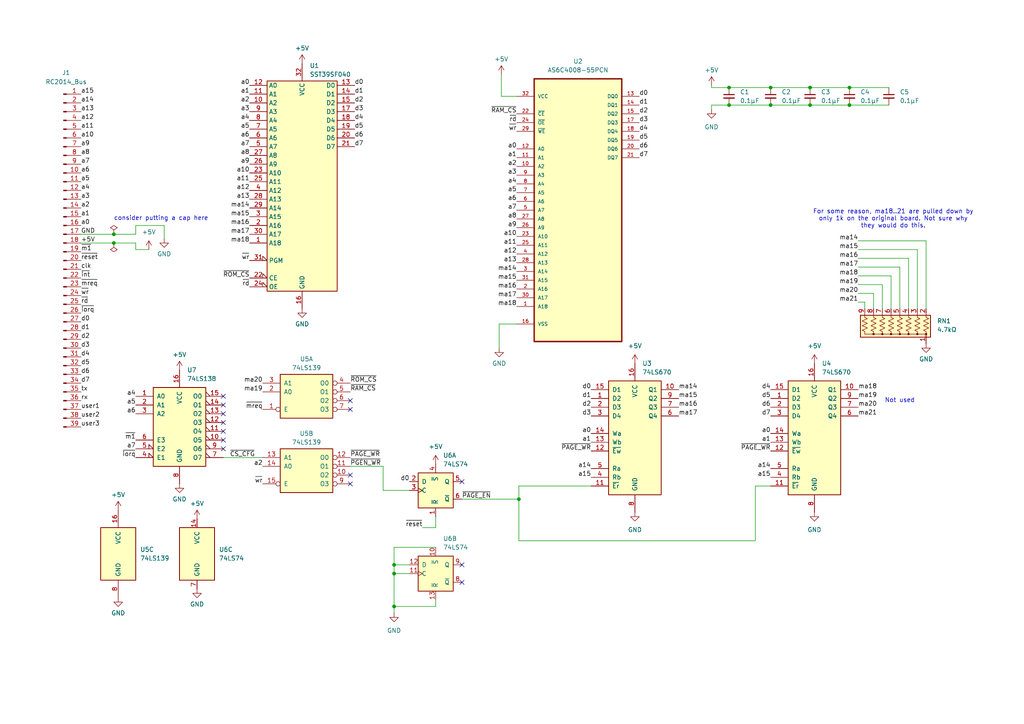
<source format=kicad_sch>
(kicad_sch (version 20250114) (generator "eeschema") (generator_version "9.0")
  (paper "A4")
  (lib_symbols
    (symbol "74xx:74LS138" (pin_names (offset 1.016))
      (property "Reference" "U" (at -7.62 11.43 0))
      (property "Value" "74LS138" (at -7.62 -13.97 0))
      (symbol "74LS138_1_0"
        (pin input line (at -12.7 7.62 0) (length 5.08) (name "A0") (number "1"))
        (pin input line (at -12.7 5.08 0) (length 5.08) (name "A1") (number "2"))
        (pin input line (at -12.7 2.54 0) (length 5.08) (name "A2") (number "3"))
        (pin input line (at -12.7 -5.08 0) (length 5.08) (name "E3") (number "6"))
        (pin input input_low (at -12.7 -7.62 0) (length 5.08) (name "E2") (number "5"))
        (pin input input_low (at -12.7 -10.16 0) (length 5.08) (name "E1") (number "4"))
        (pin power_in line (at 0 15.24 270) (length 5.08) (name "VCC") (number "16"))
        (pin power_in line (at 0 -17.78 90) (length 5.08) (name "GND") (number "8"))
        (pin output output_low (at 12.7 7.62 180) (length 5.08) (name "O0") (number "15"))
        (pin output output_low (at 12.7 5.08 180) (length 5.08) (name "O1") (number "14"))
        (pin output output_low (at 12.7 2.54 180) (length 5.08) (name "O2") (number "13"))
        (pin output output_low (at 12.7 0 180) (length 5.08) (name "O3") (number "12"))
        (pin output output_low (at 12.7 -2.54 180) (length 5.08) (name "O4") (number "11"))
        (pin output output_low (at 12.7 -5.08 180) (length 5.08) (name "O5") (number "10"))
        (pin output output_low (at 12.7 -7.62 180) (length 5.08) (name "O6") (number "9"))
        (pin output output_low (at 12.7 -10.16 180) (length 5.08) (name "O7") (number "7"))
      )
      (symbol "74LS138_1_1"
        (rectangle (start -7.62 10.16) (end 7.62 -12.7) (stroke (width 0.254)) (fill (type background)))
      )
    )
    (symbol "74xx:74LS139" (pin_names (offset 1.016))
      (property "Reference" "U" (at -7.62 8.89 0))
      (property "Value" "74LS139" (at -7.62 -8.89 0))
      (symbol "74LS139_1_0"
        (pin input line (at -12.7 2.54 0) (length 5.08) (name "A1") (number "3"))
        (pin input line (at -12.7 0 0) (length 5.08) (name "A0") (number "2"))
        (pin input inverted (at -12.7 -5.08 0) (length 5.08) (name "E") (number "1"))
        (pin output inverted (at 12.7 2.54 180) (length 5.08) (name "O0") (number "4"))
        (pin output inverted (at 12.7 0 180) (length 5.08) (name "O1") (number "5"))
        (pin output inverted (at 12.7 -2.54 180) (length 5.08) (name "O2") (number "6"))
        (pin output inverted (at 12.7 -5.08 180) (length 5.08) (name "O3") (number "7"))
      )
      (symbol "74LS139_1_1"
        (rectangle (start -7.62 5.08) (end 7.62 -7.62) (stroke (width 0.254)) (fill (type background)))
      )
      (symbol "74LS139_2_0"
        (pin input line (at -12.7 2.54 0) (length 5.08) (name "A1") (number "13"))
        (pin input line (at -12.7 0 0) (length 5.08) (name "A0") (number "14"))
        (pin input inverted (at -12.7 -5.08 0) (length 5.08) (name "E") (number "15"))
        (pin output inverted (at 12.7 2.54 180) (length 5.08) (name "O0") (number "12"))
        (pin output inverted (at 12.7 0 180) (length 5.08) (name "O1") (number "11"))
        (pin output inverted (at 12.7 -2.54 180) (length 5.08) (name "O2") (number "10"))
        (pin output inverted (at 12.7 -5.08 180) (length 5.08) (name "O3") (number "9"))
      )
      (symbol "74LS139_2_1"
        (rectangle (start -7.62 5.08) (end 7.62 -7.62) (stroke (width 0.254)) (fill (type background)))
      )
      (symbol "74LS139_3_0"
        (pin power_in line (at 0 12.7 270) (length 5.08) (name "VCC") (number "16"))
        (pin power_in line (at 0 -12.7 90) (length 5.08) (name "GND") (number "8"))
      )
      (symbol "74LS139_3_1"
        (rectangle (start -5.08 7.62) (end 5.08 -7.62) (stroke (width 0.254)) (fill (type background)))
      )
    )
    (symbol "74xx:74LS670" (pin_names (offset 1.016))
      (property "Reference" "U" (at -7.62 16.51 0))
      (property "Value" "74LS670" (at -7.62 -19.05 0))
      (symbol "74LS670_1_0"
        (pin input line (at -12.7 12.7 0) (length 5.08) (name "D1") (number "15"))
        (pin input line (at -12.7 10.16 0) (length 5.08) (name "D2") (number "1"))
        (pin input line (at -12.7 7.62 0) (length 5.08) (name "D3") (number "2"))
        (pin input line (at -12.7 5.08 0) (length 5.08) (name "D4") (number "3"))
        (pin input line (at -12.7 0 0) (length 5.08) (name "Wa") (number "14"))
        (pin input line (at -12.7 -2.54 0) (length 5.08) (name "Wb") (number "13"))
        (pin input line (at -12.7 -5.08 0) (length 5.08) (name "~{Ew}") (number "12"))
        (pin input line (at -12.7 -10.16 0) (length 5.08) (name "Ra") (number "5"))
        (pin input line (at -12.7 -12.7 0) (length 5.08) (name "Rb") (number "4"))
        (pin input line (at -12.7 -15.24 0) (length 5.08) (name "~{Er}") (number "11"))
        (pin power_in line (at 0 20.32 270) (length 5.08) (name "VCC") (number "16"))
        (pin power_in line (at 0 -22.86 90) (length 5.08) (name "GND") (number "8"))
        (pin tri_state line (at 12.7 12.7 180) (length 5.08) (name "Q1") (number "10"))
        (pin tri_state line (at 12.7 10.16 180) (length 5.08) (name "Q2") (number "9"))
        (pin tri_state line (at 12.7 7.62 180) (length 5.08) (name "Q3") (number "7"))
        (pin tri_state line (at 12.7 5.08 180) (length 5.08) (name "Q4") (number "6"))
      )
      (symbol "74LS670_1_1"
        (rectangle (start -7.62 15.24) (end 7.62 -17.78) (stroke (width 0.254)) (fill (type background)))
      )
    )
    (symbol "74xx:74LS74" (pin_names (offset 1.016))
      (property "Reference" "U" (at -7.62 8.89 0))
      (property "Value" "74LS74" (at -7.62 -8.89 0))
      (symbol "74LS74_1_0"
        (pin input line (at -7.62 2.54 0) (length 2.54) (name "D") (number "2"))
        (pin input clock (at -7.62 0 0) (length 2.54) (name "C") (number "3"))
        (pin input line (at 0 7.62 270) (length 2.54) (name "~{S}") (number "4"))
        (pin input line (at 0 -7.62 90) (length 2.54) (name "~{R}") (number "1"))
        (pin output line (at 7.62 2.54 180) (length 2.54) (name "Q") (number "5"))
        (pin output line (at 7.62 -2.54 180) (length 2.54) (name "~{Q}") (number "6"))
      )
      (symbol "74LS74_1_1"
        (rectangle (start -5.08 5.08) (end 5.08 -5.08) (stroke (width 0.254)) (fill (type background)))
      )
      (symbol "74LS74_2_0"
        (pin input line (at -7.62 2.54 0) (length 2.54) (name "D") (number "12"))
        (pin input clock (at -7.62 0 0) (length 2.54) (name "C") (number "11"))
        (pin input line (at 0 7.62 270) (length 2.54) (name "~{S}") (number "10"))
        (pin input line (at 0 -7.62 90) (length 2.54) (name "~{R}") (number "13"))
        (pin output line (at 7.62 2.54 180) (length 2.54) (name "Q") (number "9"))
        (pin output line (at 7.62 -2.54 180) (length 2.54) (name "~{Q}") (number "8"))
      )
      (symbol "74LS74_2_1"
        (rectangle (start -5.08 5.08) (end 5.08 -5.08) (stroke (width 0.254)) (fill (type background)))
      )
      (symbol "74LS74_3_0"
        (pin power_in line (at 0 10.16 270) (length 2.54) (name "VCC") (number "14"))
        (pin power_in line (at 0 -10.16 90) (length 2.54) (name "GND") (number "7"))
      )
      (symbol "74LS74_3_1"
        (rectangle (start -5.08 7.62) (end 5.08 -7.62) (stroke (width 0.254)) (fill (type background)))
      )
    )
    (symbol "AS6C4008-55PCN:AS6C4008-55PCN" (pin_names (offset 1.016))
      (property "Reference" "U" (at -4.729 37.9086 0))
      (property "Value" "AS6C4008-55PCN" (at -7.3992 -43.734 0))
      (symbol "AS6C4008-55PCN_0_0"
        (rectangle (start -12.7 35.56) (end 12.7 -40.64) (stroke (width 0.4064)) (fill (type background)))
        (pin power_in line (at -17.78 30.48 0) (length 5.08) (name "VCC") (number "32"))
        (pin input line (at -17.78 15.24 0) (length 5.08) (name "A0") (number "12"))
        (pin input line (at -17.78 12.7 0) (length 5.08) (name "A1") (number "11"))
        (pin input line (at -17.78 10.16 0) (length 5.08) (name "A2") (number "10"))
        (pin input line (at -17.78 7.62 0) (length 5.08) (name "A3") (number "9"))
        (pin input line (at -17.78 5.08 0) (length 5.08) (name "A4") (number "8"))
        (pin input line (at -17.78 2.54 0) (length 5.08) (name "A5") (number "7"))
        (pin input line (at -17.78 0 0) (length 5.08) (name "A6") (number "6"))
        (pin input line (at -17.78 -2.54 0) (length 5.08) (name "A7") (number "5"))
        (pin input line (at -17.78 -5.08 0) (length 5.08) (name "A8") (number "27"))
        (pin input line (at -17.78 -7.62 0) (length 5.08) (name "A9") (number "26"))
        (pin input line (at -17.78 -10.16 0) (length 5.08) (name "A10") (number "23"))
        (pin input line (at -17.78 -12.7 0) (length 5.08) (name "A11") (number "25"))
        (pin input line (at -17.78 -15.24 0) (length 5.08) (name "A12") (number "4"))
        (pin input line (at -17.78 -17.78 0) (length 5.08) (name "A13") (number "28"))
        (pin input line (at -17.78 -20.32 0) (length 5.08) (name "A14") (number "3"))
        (pin input line (at -17.78 -22.86 0) (length 5.08) (name "A15") (number "31"))
        (pin input line (at -17.78 -25.4 0) (length 5.08) (name "A16") (number "2"))
        (pin input line (at -17.78 -27.94 0) (length 5.08) (name "A17") (number "30"))
        (pin bidirectional line (at 17.78 30.48 180) (length 5.08) (name "DQ0") (number "13"))
        (pin bidirectional line (at 17.78 27.94 180) (length 5.08) (name "DQ1") (number "14"))
        (pin bidirectional line (at 17.78 25.4 180) (length 5.08) (name "DQ2") (number "15"))
        (pin bidirectional line (at 17.78 22.86 180) (length 5.08) (name "DQ3") (number "17"))
        (pin bidirectional line (at 17.78 20.32 180) (length 5.08) (name "DQ4") (number "18"))
        (pin bidirectional line (at 17.78 17.78 180) (length 5.08) (name "DQ5") (number "19"))
        (pin bidirectional line (at 17.78 15.24 180) (length 5.08) (name "DQ6") (number "20"))
        (pin bidirectional line (at 17.78 12.7 180) (length 5.08) (name "DQ7") (number "21"))
      )
      (symbol "AS6C4008-55PCN_1_0"
        (pin input line (at -17.78 25.4 0) (length 5.08) (name "~{CE}") (number "22"))
        (pin input line (at -17.78 22.86 0) (length 5.08) (name "~{OE}") (number "24"))
        (pin input line (at -17.78 20.32 0) (length 5.08) (name "~{WE}") (number "29"))
        (pin input line (at -17.78 -30.48 0) (length 5.08) (name "A18") (number "1"))
        (pin power_in line (at -17.78 -35.56 0) (length 5.08) (name "VSS") (number "16"))
      )
    )
    (symbol "Connector:Conn_01x39_Pin" (pin_names (offset 1.016) (hide yes))
      (property "Reference" "J" (at 0 50.8 0))
      (property "Value" "Conn_01x39_Pin" (at 0 -50.8 0))
      (symbol "Conn_01x39_Pin_1_1"
        (rectangle (start 0.8636 48.387) (end 0 48.133) (stroke (width 0.1524)) (fill (type outline)))
        (rectangle (start 0.8636 45.847) (end 0 45.593) (stroke (width 0.1524)) (fill (type outline)))
        (rectangle (start 0.8636 43.307) (end 0 43.053) (stroke (width 0.1524)) (fill (type outline)))
        (rectangle (start 0.8636 40.767) (end 0 40.513) (stroke (width 0.1524)) (fill (type outline)))
        (rectangle (start 0.8636 38.227) (end 0 37.973) (stroke (width 0.1524)) (fill (type outline)))
        (rectangle (start 0.8636 35.687) (end 0 35.433) (stroke (width 0.1524)) (fill (type outline)))
        (rectangle (start 0.8636 33.147) (end 0 32.893) (stroke (width 0.1524)) (fill (type outline)))
        (rectangle (start 0.8636 30.607) (end 0 30.353) (stroke (width 0.1524)) (fill (type outline)))
        (rectangle (start 0.8636 28.067) (end 0 27.813) (stroke (width 0.1524)) (fill (type outline)))
        (rectangle (start 0.8636 25.527) (end 0 25.273) (stroke (width 0.1524)) (fill (type outline)))
        (rectangle (start 0.8636 22.987) (end 0 22.733) (stroke (width 0.1524)) (fill (type outline)))
        (rectangle (start 0.8636 20.447) (end 0 20.193) (stroke (width 0.1524)) (fill (type outline)))
        (rectangle (start 0.8636 17.907) (end 0 17.653) (stroke (width 0.1524)) (fill (type outline)))
        (rectangle (start 0.8636 15.367) (end 0 15.113) (stroke (width 0.1524)) (fill (type outline)))
        (rectangle (start 0.8636 12.827) (end 0 12.573) (stroke (width 0.1524)) (fill (type outline)))
        (rectangle (start 0.8636 10.287) (end 0 10.033) (stroke (width 0.1524)) (fill (type outline)))
        (rectangle (start 0.8636 7.747) (end 0 7.493) (stroke (width 0.1524)) (fill (type outline)))
        (rectangle (start 0.8636 5.207) (end 0 4.953) (stroke (width 0.1524)) (fill (type outline)))
        (rectangle (start 0.8636 2.667) (end 0 2.413) (stroke (width 0.1524)) (fill (type outline)))
        (rectangle (start 0.8636 0.127) (end 0 -0.127) (stroke (width 0.1524)) (fill (type outline)))
        (rectangle (start 0.8636 -2.413) (end 0 -2.667) (stroke (width 0.1524)) (fill (type outline)))
        (rectangle (start 0.8636 -4.953) (end 0 -5.207) (stroke (width 0.1524)) (fill (type outline)))
        (rectangle (start 0.8636 -7.493) (end 0 -7.747) (stroke (width 0.1524)) (fill (type outline)))
        (rectangle (start 0.8636 -10.033) (end 0 -10.287) (stroke (width 0.1524)) (fill (type outline)))
        (rectangle (start 0.8636 -12.573) (end 0 -12.827) (stroke (width 0.1524)) (fill (type outline)))
        (rectangle (start 0.8636 -15.113) (end 0 -15.367) (stroke (width 0.1524)) (fill (type outline)))
        (rectangle (start 0.8636 -17.653) (end 0 -17.907) (stroke (width 0.1524)) (fill (type outline)))
        (rectangle (start 0.8636 -20.193) (end 0 -20.447) (stroke (width 0.1524)) (fill (type outline)))
        (rectangle (start 0.8636 -22.733) (end 0 -22.987) (stroke (width 0.1524)) (fill (type outline)))
        (rectangle (start 0.8636 -25.273) (end 0 -25.527) (stroke (width 0.1524)) (fill (type outline)))
        (rectangle (start 0.8636 -27.813) (end 0 -28.067) (stroke (width 0.1524)) (fill (type outline)))
        (rectangle (start 0.8636 -30.353) (end 0 -30.607) (stroke (width 0.1524)) (fill (type outline)))
        (rectangle (start 0.8636 -32.893) (end 0 -33.147) (stroke (width 0.1524)) (fill (type outline)))
        (rectangle (start 0.8636 -35.433) (end 0 -35.687) (stroke (width 0.1524)) (fill (type outline)))
        (rectangle (start 0.8636 -37.973) (end 0 -38.227) (stroke (width 0.1524)) (fill (type outline)))
        (rectangle (start 0.8636 -40.513) (end 0 -40.767) (stroke (width 0.1524)) (fill (type outline)))
        (rectangle (start 0.8636 -43.053) (end 0 -43.307) (stroke (width 0.1524)) (fill (type outline)))
        (rectangle (start 0.8636 -45.593) (end 0 -45.847) (stroke (width 0.1524)) (fill (type outline)))
        (rectangle (start 0.8636 -48.133) (end 0 -48.387) (stroke (width 0.1524)) (fill (type outline)))
        (polyline (pts (xy 1.27 48.26) (xy 0.8636 48.26)) (stroke (width 0.1524)))
        (polyline (pts (xy 1.27 45.72) (xy 0.8636 45.72)) (stroke (width 0.1524)))
        (polyline (pts (xy 1.27 43.18) (xy 0.8636 43.18)) (stroke (width 0.1524)))
        (polyline (pts (xy 1.27 40.64) (xy 0.8636 40.64)) (stroke (width 0.1524)))
        (polyline (pts (xy 1.27 38.1) (xy 0.8636 38.1)) (stroke (width 0.1524)))
        (polyline (pts (xy 1.27 35.56) (xy 0.8636 35.56)) (stroke (width 0.1524)))
        (polyline (pts (xy 1.27 33.02) (xy 0.8636 33.02)) (stroke (width 0.1524)))
        (polyline (pts (xy 1.27 30.48) (xy 0.8636 30.48)) (stroke (width 0.1524)))
        (polyline (pts (xy 1.27 27.94) (xy 0.8636 27.94)) (stroke (width 0.1524)))
        (polyline (pts (xy 1.27 25.4) (xy 0.8636 25.4)) (stroke (width 0.1524)))
        (polyline (pts (xy 1.27 22.86) (xy 0.8636 22.86)) (stroke (width 0.1524)))
        (polyline (pts (xy 1.27 20.32) (xy 0.8636 20.32)) (stroke (width 0.1524)))
        (polyline (pts (xy 1.27 17.78) (xy 0.8636 17.78)) (stroke (width 0.1524)))
        (polyline (pts (xy 1.27 15.24) (xy 0.8636 15.24)) (stroke (width 0.1524)))
        (polyline (pts (xy 1.27 12.7) (xy 0.8636 12.7)) (stroke (width 0.1524)))
        (polyline (pts (xy 1.27 10.16) (xy 0.8636 10.16)) (stroke (width 0.1524)))
        (polyline (pts (xy 1.27 7.62) (xy 0.8636 7.62)) (stroke (width 0.1524)))
        (polyline (pts (xy 1.27 5.08) (xy 0.8636 5.08)) (stroke (width 0.1524)))
        (polyline (pts (xy 1.27 2.54) (xy 0.8636 2.54)) (stroke (width 0.1524)))
        (polyline (pts (xy 1.27 0) (xy 0.8636 0)) (stroke (width 0.1524)))
        (polyline (pts (xy 1.27 -2.54) (xy 0.8636 -2.54)) (stroke (width 0.1524)))
        (polyline (pts (xy 1.27 -5.08) (xy 0.8636 -5.08)) (stroke (width 0.1524)))
        (polyline (pts (xy 1.27 -7.62) (xy 0.8636 -7.62)) (stroke (width 0.1524)))
        (polyline (pts (xy 1.27 -10.16) (xy 0.8636 -10.16)) (stroke (width 0.1524)))
        (polyline (pts (xy 1.27 -12.7) (xy 0.8636 -12.7)) (stroke (width 0.1524)))
        (polyline (pts (xy 1.27 -15.24) (xy 0.8636 -15.24)) (stroke (width 0.1524)))
        (polyline (pts (xy 1.27 -17.78) (xy 0.8636 -17.78)) (stroke (width 0.1524)))
        (polyline (pts (xy 1.27 -20.32) (xy 0.8636 -20.32)) (stroke (width 0.1524)))
        (polyline (pts (xy 1.27 -22.86) (xy 0.8636 -22.86)) (stroke (width 0.1524)))
        (polyline (pts (xy 1.27 -25.4) (xy 0.8636 -25.4)) (stroke (width 0.1524)))
        (polyline (pts (xy 1.27 -27.94) (xy 0.8636 -27.94)) (stroke (width 0.1524)))
        (polyline (pts (xy 1.27 -30.48) (xy 0.8636 -30.48)) (stroke (width 0.1524)))
        (polyline (pts (xy 1.27 -33.02) (xy 0.8636 -33.02)) (stroke (width 0.1524)))
        (polyline (pts (xy 1.27 -35.56) (xy 0.8636 -35.56)) (stroke (width 0.1524)))
        (polyline (pts (xy 1.27 -38.1) (xy 0.8636 -38.1)) (stroke (width 0.1524)))
        (polyline (pts (xy 1.27 -40.64) (xy 0.8636 -40.64)) (stroke (width 0.1524)))
        (polyline (pts (xy 1.27 -43.18) (xy 0.8636 -43.18)) (stroke (width 0.1524)))
        (polyline (pts (xy 1.27 -45.72) (xy 0.8636 -45.72)) (stroke (width 0.1524)))
        (polyline (pts (xy 1.27 -48.26) (xy 0.8636 -48.26)) (stroke (width 0.1524)))
        (pin passive line (at 5.08 48.26 180) (length 3.81) (name "Pin_1") (number "1"))
        (pin passive line (at 5.08 45.72 180) (length 3.81) (name "Pin_2") (number "2"))
        (pin passive line (at 5.08 43.18 180) (length 3.81) (name "Pin_3") (number "3"))
        (pin passive line (at 5.08 40.64 180) (length 3.81) (name "Pin_4") (number "4"))
        (pin passive line (at 5.08 38.1 180) (length 3.81) (name "Pin_5") (number "5"))
        (pin passive line (at 5.08 35.56 180) (length 3.81) (name "Pin_6") (number "6"))
        (pin passive line (at 5.08 33.02 180) (length 3.81) (name "Pin_7") (number "7"))
        (pin passive line (at 5.08 30.48 180) (length 3.81) (name "Pin_8") (number "8"))
        (pin passive line (at 5.08 27.94 180) (length 3.81) (name "Pin_9") (number "9"))
        (pin passive line (at 5.08 25.4 180) (length 3.81) (name "Pin_10") (number "10"))
        (pin passive line (at 5.08 22.86 180) (length 3.81) (name "Pin_11") (number "11"))
        (pin passive line (at 5.08 20.32 180) (length 3.81) (name "Pin_12") (number "12"))
        (pin passive line (at 5.08 17.78 180) (length 3.81) (name "Pin_13") (number "13"))
        (pin passive line (at 5.08 15.24 180) (length 3.81) (name "Pin_14") (number "14"))
        (pin passive line (at 5.08 12.7 180) (length 3.81) (name "Pin_15") (number "15"))
        (pin passive line (at 5.08 10.16 180) (length 3.81) (name "Pin_16") (number "16"))
        (pin passive line (at 5.08 7.62 180) (length 3.81) (name "Pin_17") (number "17"))
        (pin passive line (at 5.08 5.08 180) (length 3.81) (name "Pin_18") (number "18"))
        (pin passive line (at 5.08 2.54 180) (length 3.81) (name "Pin_19") (number "19"))
        (pin passive line (at 5.08 0 180) (length 3.81) (name "Pin_20") (number "20"))
        (pin passive line (at 5.08 -2.54 180) (length 3.81) (name "Pin_21") (number "21"))
        (pin passive line (at 5.08 -5.08 180) (length 3.81) (name "Pin_22") (number "22"))
        (pin passive line (at 5.08 -7.62 180) (length 3.81) (name "Pin_23") (number "23"))
        (pin passive line (at 5.08 -10.16 180) (length 3.81) (name "Pin_24") (number "24"))
        (pin passive line (at 5.08 -12.7 180) (length 3.81) (name "Pin_25") (number "25"))
        (pin passive line (at 5.08 -15.24 180) (length 3.81) (name "Pin_26") (number "26"))
        (pin passive line (at 5.08 -17.78 180) (length 3.81) (name "Pin_27") (number "27"))
        (pin passive line (at 5.08 -20.32 180) (length 3.81) (name "Pin_28") (number "28"))
        (pin passive line (at 5.08 -22.86 180) (length 3.81) (name "Pin_29") (number "29"))
        (pin passive line (at 5.08 -25.4 180) (length 3.81) (name "Pin_30") (number "30"))
        (pin passive line (at 5.08 -27.94 180) (length 3.81) (name "Pin_31") (number "31"))
        (pin passive line (at 5.08 -30.48 180) (length 3.81) (name "Pin_32") (number "32"))
        (pin passive line (at 5.08 -33.02 180) (length 3.81) (name "Pin_33") (number "33"))
        (pin passive line (at 5.08 -35.56 180) (length 3.81) (name "Pin_34") (number "34"))
        (pin passive line (at 5.08 -38.1 180) (length 3.81) (name "Pin_35") (number "35"))
        (pin passive line (at 5.08 -40.64 180) (length 3.81) (name "Pin_36") (number "36"))
        (pin passive line (at 5.08 -43.18 180) (length 3.81) (name "Pin_37") (number "37"))
        (pin passive line (at 5.08 -45.72 180) (length 3.81) (name "Pin_38") (number "38"))
        (pin passive line (at 5.08 -48.26 180) (length 3.81) (name "Pin_39") (number "39"))
      )
    )
    (symbol "Device:C_Small" (pin_numbers (hide yes)) (pin_names (offset 0.254) (hide yes))
      (property "Reference" "C" (at 0.254 1.778 0))
      (property "Value" "C_Small" (at 0.254 -2.032 0))
      (symbol "C_Small_0_1"
        (polyline (pts (xy -1.524 0.508) (xy 1.524 0.508)) (stroke (width 0.3048)))
        (polyline (pts (xy -1.524 -0.508) (xy 1.524 -0.508)) (stroke (width 0.3302)))
      )
      (symbol "C_Small_1_1"
        (pin passive line (at 0 2.54 270) (length 2.032) (name "~") (number "1"))
        (pin passive line (at 0 -2.54 90) (length 2.032) (name "~") (number "2"))
      )
    )
    (symbol "Device:R_Network08_US" (pin_names (offset 0) (hide yes))
      (property "Reference" "RN" (at -12.7 0 90))
      (property "Value" "R_Network08_US" (at 10.16 0 90))
      (symbol "R_Network08_US_0_1"
        (rectangle (start -11.43 -3.175) (end 8.89 3.175) (stroke (width 0.254)) (fill (type background)))
        (circle (center -10.16 2.286) (radius 0.254) (fill (type outline)))
        (polyline (pts (xy -10.16 2.286) (xy 7.62 2.286)))
        (polyline (pts (xy -10.16 2.286) (xy -10.16 1.524) (xy -9.398 1.1684) (xy -10.922 0.508) (xy -9.398 -0.1524) (xy -10.922 -0.8382) (xy -9.398 -1.524) (xy -10.922 -2.1844) (xy -10.16 -2.54) (xy -10.16 -3.81)))
        (circle (center -7.62 2.286) (radius 0.254) (fill (type outline)))
        (polyline (pts (xy -7.62 2.286) (xy -7.62 1.524) (xy -6.858 1.1684) (xy -8.382 0.508) (xy -6.858 -0.1524) (xy -8.382 -0.8382) (xy -6.858 -1.524) (xy -8.382 -2.1844) (xy -7.62 -2.54) (xy -7.62 -3.81)))
        (circle (center -5.08 2.286) (radius 0.254) (fill (type outline)))
        (polyline (pts (xy -5.08 2.286) (xy -5.08 1.524) (xy -4.318 1.1684) (xy -5.842 0.508) (xy -4.318 -0.1524) (xy -5.842 -0.8382) (xy -4.318 -1.524) (xy -5.842 -2.1844) (xy -5.08 -2.54) (xy -5.08 -3.81)))
        (circle (center -2.54 2.286) (radius 0.254) (fill (type outline)))
        (polyline (pts (xy -2.54 2.286) (xy -2.54 1.524) (xy -1.778 1.1684) (xy -3.302 0.508) (xy -1.778 -0.1524) (xy -3.302 -0.8382) (xy -1.778 -1.524) (xy -3.302 -2.1844) (xy -2.54 -2.54) (xy -2.54 -3.81)))
        (circle (center 0 2.286) (radius 0.254) (fill (type outline)))
        (polyline (pts (xy 0 2.286) (xy 0 1.524) (xy 0.762 1.1684) (xy -0.762 0.508) (xy 0.762 -0.1524) (xy -0.762 -0.8382) (xy 0.762 -1.524) (xy -0.762 -2.1844) (xy 0 -2.54) (xy 0 -3.81)))
        (polyline (pts (xy 2.54 2.286) (xy 2.54 1.524) (xy 3.302 1.1684) (xy 1.778 0.508) (xy 3.302 -0.1524) (xy 1.778 -0.8382) (xy 3.302 -1.524) (xy 1.778 -2.1844) (xy 2.54 -2.54) (xy 2.54 -3.81)))
        (circle (center 2.54 2.286) (radius 0.254) (fill (type outline)))
        (polyline (pts (xy 5.08 2.286) (xy 5.08 1.524) (xy 5.842 1.1684) (xy 4.318 0.508) (xy 5.842 -0.1524) (xy 4.318 -0.8382) (xy 5.842 -1.524) (xy 4.318 -2.1844) (xy 5.08 -2.54) (xy 5.08 -3.81)))
        (circle (center 5.08 2.286) (radius 0.254) (fill (type outline)))
        (polyline (pts (xy 7.62 2.286) (xy 7.62 1.524) (xy 8.382 1.1684) (xy 6.858 0.508) (xy 8.382 -0.1524) (xy 6.858 -0.8382) (xy 8.382 -1.524) (xy 6.858 -2.1844) (xy 7.62 -2.54) (xy 7.62 -3.81)))
      )
      (symbol "R_Network08_US_1_1"
        (pin passive line (at -10.16 5.08 270) (length 2.54) (name "common") (number "1"))
        (pin passive line (at -10.16 -5.08 90) (length 1.27) (name "R1") (number "2"))
        (pin passive line (at -7.62 -5.08 90) (length 1.27) (name "R2") (number "3"))
        (pin passive line (at -5.08 -5.08 90) (length 1.27) (name "R3") (number "4"))
        (pin passive line (at -2.54 -5.08 90) (length 1.27) (name "R4") (number "5"))
        (pin passive line (at 0 -5.08 90) (length 1.27) (name "R5") (number "6"))
        (pin passive line (at 2.54 -5.08 90) (length 1.27) (name "R6") (number "7"))
        (pin passive line (at 5.08 -5.08 90) (length 1.27) (name "R7") (number "8"))
        (pin passive line (at 7.62 -5.08 90) (length 1.27) (name "R8") (number "9"))
      )
    )
    (symbol "Memory_Flash:SST39SF040"
      (property "Reference" "U" (at 2.54 33.02 0))
      (property "Value" "SST39SF040" (at 0 -30.48 0))
      (symbol "SST39SF040_0_0"
        (pin power_in line (at 0 36.83 270) (length 5.08) (name "VCC") (number "32"))
        (pin power_in line (at 0 -34.29 90) (length 5.08) (name "GND") (number "16"))
      )
      (symbol "SST39SF040_0_1"
        (rectangle (start -10.16 31.75) (end 10.16 -29.21) (stroke (width 0.254)) (fill (type background)))
      )
      (symbol "SST39SF040_1_1"
        (pin input line (at -15.24 30.48 0) (length 5.08) (name "A0") (number "12"))
        (pin input line (at -15.24 27.94 0) (length 5.08) (name "A1") (number "11"))
        (pin input line (at -15.24 25.4 0) (length 5.08) (name "A2") (number "10"))
        (pin input line (at -15.24 22.86 0) (length 5.08) (name "A3") (number "9"))
        (pin input line (at -15.24 20.32 0) (length 5.08) (name "A4") (number "8"))
        (pin input line (at -15.24 17.78 0) (length 5.08) (name "A5") (number "7"))
        (pin input line (at -15.24 15.24 0) (length 5.08) (name "A6") (number "6"))
        (pin input line (at -15.24 12.7 0) (length 5.08) (name "A7") (number "5"))
        (pin input line (at -15.24 10.16 0) (length 5.08) (name "A8") (number "27"))
        (pin input line (at -15.24 7.62 0) (length 5.08) (name "A9") (number "26"))
        (pin input line (at -15.24 5.08 0) (length 5.08) (name "A10") (number "23"))
        (pin input line (at -15.24 2.54 0) (length 5.08) (name "A11") (number "25"))
        (pin input line (at -15.24 0 0) (length 5.08) (name "A12") (number "4"))
        (pin input line (at -15.24 -2.54 0) (length 5.08) (name "A13") (number "28"))
        (pin input line (at -15.24 -5.08 0) (length 5.08) (name "A14") (number "29"))
        (pin input line (at -15.24 -7.62 0) (length 5.08) (name "A15") (number "3"))
        (pin input line (at -15.24 -10.16 0) (length 5.08) (name "A16") (number "2"))
        (pin input line (at -15.24 -12.7 0) (length 5.08) (name "A17") (number "30"))
        (pin input line (at -15.24 -15.24 0) (length 5.08) (name "A18") (number "1"))
        (pin input input_low (at -15.24 -20.32 0) (length 5.08) (name "PGM") (number "31"))
        (pin input input_low (at -15.24 -25.4 0) (length 5.08) (name "CE") (number "22"))
        (pin input input_low (at -15.24 -27.94 0) (length 5.08) (name "OE") (number "24"))
        (pin tri_state line (at 15.24 30.48 180) (length 5.08) (name "D0") (number "13"))
        (pin tri_state line (at 15.24 27.94 180) (length 5.08) (name "D1") (number "14"))
        (pin tri_state line (at 15.24 25.4 180) (length 5.08) (name "D2") (number "15"))
        (pin tri_state line (at 15.24 22.86 180) (length 5.08) (name "D3") (number "17"))
        (pin tri_state line (at 15.24 20.32 180) (length 5.08) (name "D4") (number "18"))
        (pin tri_state line (at 15.24 17.78 180) (length 5.08) (name "D5") (number "19"))
        (pin tri_state line (at 15.24 15.24 180) (length 5.08) (name "D6") (number "20"))
        (pin tri_state line (at 15.24 12.7 180) (length 5.08) (name "D7") (number "21"))
      )
    )
    (symbol "power:+5V" (power) (pin_names (offset 0))
      (property "Value" "+5V" (at 0 3.556 0))
      (symbol "+5V_0_1"
        (polyline (pts (xy -0.762 1.27) (xy 0 2.54)))
        (polyline (pts (xy 0 2.54) (xy 0.762 1.27)))
        (polyline (pts (xy 0 0) (xy 0 2.54)))
      )
      (symbol "+5V_1_1"
        (pin power_in line (at 0 0 90) (length 0) (hide yes) (name "+5V") (number "1"))
      )
    )
    (symbol "power:GND" (power) (pin_names (offset 0))
      (property "Value" "GND" (at 0 -3.81 0))
      (symbol "GND_0_1"
        (polyline (pts (xy 0 0) (xy 0 -1.27) (xy 1.27 -1.27) (xy 0 -2.54) (xy -1.27 -1.27) (xy 0 -1.27)))
      )
      (symbol "GND_1_1"
        (pin power_in line (at 0 0 270) (length 0) (hide yes) (name "GND") (number "1"))
      )
    )
    (symbol "power:PWR_FLAG" (power) (pin_numbers (hide yes)) (pin_names (offset 0) (hide yes))
      (property "Value" "PWR_FLAG" (at 0 3.81 0))
      (symbol "PWR_FLAG_0_0"
        (pin power_out line (at 0 0 90) (length 0) (name "~") (number "1"))
      )
      (symbol "PWR_FLAG_0_1"
        (polyline (pts (xy 0 0) (xy 0 1.27) (xy -1.016 1.905) (xy 0 2.54) (xy 1.016 1.905) (xy 0 1.27)))
      )
    )
  )
  (text "Not used" (at 260.985 116.205 0) (effects (font (size 1.27 1.27))))
  (text "For some reason, ma18..21 are pulled down by\nonly 1k on the original board. Not sure why\nthey would do this." (at 259.08 63.5 0) (effects (font (size 1.27 1.27))))
  (text "consider putting a cap here" (at 33.02 64.135 0) (effects (font (size 1.27 1.27)) (justify left bottom)))
  (junction (at 211.455 25.4))
  (junction (at 234.95 25.4))
  (junction (at 114.3 163.83))
  (junction (at 33.02 67.945))
  (junction (at 114.3 175.895))
  (junction (at 223.52 25.4))
  (junction (at 234.95 30.48))
  (junction (at 246.38 25.4))
  (junction (at 211.455 30.48))
  (junction (at 150.495 144.78))
  (junction (at 33.02 70.485))
  (junction (at 114.3 166.37))
  (junction (at 246.38 30.48))
  (junction (at 223.52 30.48))
  (no_connect (at 64.77 114.935))
  (no_connect (at 64.77 125.095))
  (no_connect (at 101.6 137.795))
  (no_connect (at 101.6 140.335))
  (no_connect (at 64.77 127.635))
  (no_connect (at 64.77 120.015))
  (no_connect (at 133.985 163.83))
  (no_connect (at 64.77 130.175))
  (no_connect (at 133.985 168.91))
  (no_connect (at 133.985 139.7))
  (no_connect (at 101.6 118.745))
  (no_connect (at 101.6 116.205))
  (no_connect (at 64.77 117.475))
  (no_connect (at 64.77 122.555))
  (wire (pts (xy 150.495 156.845) (xy 219.075 156.845)))
  (wire (pts (xy 39.37 72.39) (xy 43.18 72.39)))
  (wire (pts (xy 126.365 175.895) (xy 114.3 175.895)))
  (wire (pts (xy 257.81 30.48) (xy 246.38 30.48)))
  (wire (pts (xy 150.495 144.78) (xy 133.985 144.78)))
  (wire (pts (xy 126.365 153.035) (xy 126.365 149.86)))
  (wire (pts (xy 111.125 135.255) (xy 101.6 135.255)))
  (wire (pts (xy 118.745 142.24) (xy 111.125 142.24)))
  (wire (pts (xy 114.3 166.37) (xy 114.3 175.895)))
  (wire (pts (xy 150.495 156.845) (xy 150.495 144.78)))
  (wire (pts (xy 39.37 67.945) (xy 33.02 67.945)))
  (wire (pts (xy 64.77 132.715) (xy 76.2 132.715)))
  (wire (pts (xy 223.52 30.48) (xy 211.455 30.48)))
  (wire (pts (xy 211.455 25.4) (xy 223.52 25.4)))
  (wire (pts (xy 268.605 69.85) (xy 248.92 69.85)))
  (wire (pts (xy 253.365 89.535) (xy 253.365 85.09)))
  (wire (pts (xy 111.125 142.24) (xy 111.125 135.255)))
  (wire (pts (xy 23.495 70.485) (xy 33.02 70.485)))
  (wire (pts (xy 248.92 72.39) (xy 266.065 72.39)))
  (wire (pts (xy 206.375 24.765) (xy 206.375 25.4)))
  (wire (pts (xy 248.92 77.47) (xy 260.985 77.47)))
  (wire (pts (xy 206.375 30.48) (xy 206.375 31.75)))
  (wire (pts (xy 248.92 87.63) (xy 250.825 87.63)))
  (wire (pts (xy 150.495 140.97) (xy 150.495 144.78)))
  (wire (pts (xy 126.365 158.75) (xy 114.3 158.75)))
  (wire (pts (xy 144.78 93.98) (xy 144.78 100.965)))
  (wire (pts (xy 268.605 89.535) (xy 268.605 69.85)))
  (wire (pts (xy 263.525 89.535) (xy 263.525 74.93)))
  (wire (pts (xy 219.075 140.97) (xy 223.52 140.97)))
  (wire (pts (xy 114.3 166.37) (xy 118.745 166.37)))
  (wire (pts (xy 114.3 163.83) (xy 118.745 163.83)))
  (wire (pts (xy 266.065 72.39) (xy 266.065 89.535)))
  (wire (pts (xy 114.3 175.895) (xy 114.3 177.8)))
  (wire (pts (xy 145.415 21.59) (xy 145.415 27.94)))
  (wire (pts (xy 206.375 25.4) (xy 211.455 25.4)))
  (wire (pts (xy 149.86 93.98) (xy 144.78 93.98)))
  (wire (pts (xy 39.37 65.405) (xy 39.37 67.945)))
  (wire (pts (xy 263.525 74.93) (xy 248.92 74.93)))
  (wire (pts (xy 255.905 82.55) (xy 255.905 89.535)))
  (wire (pts (xy 258.445 80.01) (xy 248.92 80.01)))
  (wire (pts (xy 246.38 30.48) (xy 234.95 30.48)))
  (wire (pts (xy 33.02 67.945) (xy 23.495 67.945)))
  (wire (pts (xy 248.92 82.55) (xy 255.905 82.55)))
  (wire (pts (xy 211.455 30.48) (xy 206.375 30.48)))
  (wire (pts (xy 246.38 25.4) (xy 257.81 25.4)))
  (wire (pts (xy 260.985 77.47) (xy 260.985 89.535)))
  (wire (pts (xy 47.625 65.405) (xy 39.37 65.405)))
  (wire (pts (xy 253.365 85.09) (xy 248.92 85.09)))
  (wire (pts (xy 114.3 163.83) (xy 114.3 166.37)))
  (wire (pts (xy 258.445 89.535) (xy 258.445 80.01)))
  (wire (pts (xy 126.365 173.99) (xy 126.365 175.895)))
  (wire (pts (xy 39.37 70.485) (xy 39.37 72.39)))
  (wire (pts (xy 223.52 25.4) (xy 234.95 25.4)))
  (wire (pts (xy 122.555 153.035) (xy 126.365 153.035)))
  (wire (pts (xy 145.415 27.94) (xy 149.86 27.94)))
  (wire (pts (xy 234.95 30.48) (xy 223.52 30.48)))
  (wire (pts (xy 171.45 140.97) (xy 150.495 140.97)))
  (wire (pts (xy 219.075 156.845) (xy 219.075 140.97)))
  (wire (pts (xy 234.95 25.4) (xy 246.38 25.4)))
  (wire (pts (xy 250.825 87.63) (xy 250.825 89.535)))
  (wire (pts (xy 114.3 158.75) (xy 114.3 163.83)))
  (wire (pts (xy 33.02 70.485) (xy 39.37 70.485)))
  (wire (pts (xy 47.625 65.405) (xy 47.625 69.215)))
  (label "~{iorq}" (at 39.37 132.715 180))
  (label "a15" (at 23.495 27.305 0))
  (label "ma18" (at 72.39 70.485 180))
  (label "d2" (at 171.45 118.11 180))
  (label "ma20" (at 76.2 111.125 180))
  (label "+5V" (at 23.495 70.485 0))
  (label "a13" (at 72.39 57.785 180))
  (label "user3" (at 23.495 123.825 0))
  (label "a11" (at 149.86 71.12 180))
  (label "a5" (at 72.39 37.465 180))
  (label "~{RAM_CS}" (at 101.6 113.665 0))
  (label "user1" (at 23.495 118.745 0))
  (label "a14" (at 223.52 135.89 180))
  (label "ma17" (at 149.86 86.36 180))
  (label "a5" (at 39.37 117.475 180))
  (label "ma18" (at 149.86 88.9 180))
  (label "a3" (at 72.39 32.385 180))
  (label "ma16" (at 72.39 65.405 180))
  (label "a7" (at 39.37 130.175 180))
  (label "d1" (at 23.495 95.885 0))
  (label "ma17" (at 248.92 77.47 180))
  (label "a8" (at 149.86 63.5 180))
  (label "d1" (at 185.42 30.48 0))
  (label "~{wr}" (at 76.2 140.335 180))
  (label "a15" (at 171.45 138.43 180))
  (label "tx" (at 23.495 113.665 0))
  (label "~{PAGE_EN}" (at 133.985 144.78 0))
  (label "a11" (at 23.495 37.465 0))
  (label "ma16" (at 149.86 83.82 180))
  (label "~{wr}" (at 72.39 75.565 180))
  (label "~{mreq}" (at 23.495 83.185 0))
  (label "d0" (at 118.745 139.7 180))
  (label "d4" (at 23.495 103.505 0))
  (label "~{PAGE_WR}" (at 223.52 130.81 180))
  (label "a9" (at 72.39 47.625 180))
  (label "a5" (at 149.86 55.88 180))
  (label "a0" (at 23.495 65.405 0))
  (label "d4" (at 102.87 34.925 0))
  (label "a2" (at 149.86 48.26 180))
  (label "~{rd}" (at 72.39 83.185 180))
  (label "d4" (at 223.52 113.03 180))
  (label "d5" (at 223.52 115.57 180))
  (label "ma14" (at 196.85 113.03 0))
  (label "a12" (at 72.39 55.245 180))
  (label "~{reset}" (at 122.555 153.035 180))
  (label "d6" (at 185.42 43.18 0))
  (label "a0" (at 171.45 125.73 180))
  (label "a14" (at 23.495 29.845 0))
  (label "a9" (at 23.495 42.545 0))
  (label "ma16" (at 248.92 74.93 180))
  (label "d6" (at 223.52 118.11 180))
  (label "ma18" (at 248.92 80.01 180))
  (label "a2" (at 72.39 29.845 180))
  (label "clk" (at 23.495 78.105 0))
  (label "a11" (at 72.39 52.705 180))
  (label "~{PAGE_WR}" (at 101.6 132.715 0))
  (label "a1" (at 149.86 45.72 180))
  (label "a13" (at 149.86 76.2 180))
  (label "~{rd}" (at 149.86 35.56 180))
  (label "a7" (at 23.495 47.625 0))
  (label "a7" (at 149.86 60.96 180))
  (label "~{ROM_CS}" (at 101.6 111.125 0))
  (label "~{reset}" (at 23.495 75.565 0))
  (label "a1" (at 23.495 62.865 0))
  (label "a7" (at 72.39 42.545 180))
  (label "a12" (at 23.495 34.925 0))
  (label "d0" (at 185.42 27.94 0))
  (label "d3" (at 171.45 120.65 180))
  (label "~{wr}" (at 23.495 85.725 0))
  (label "GND" (at 23.495 67.945 0))
  (label "a9" (at 149.86 66.04 180))
  (label "a14" (at 171.45 135.89 180))
  (label "d3" (at 102.87 32.385 0))
  (label "~{PGEN_WR}" (at 101.6 135.255 0))
  (label "ma15" (at 196.85 115.57 0))
  (label "ma15" (at 72.39 62.865 180))
  (label "ma17" (at 196.85 120.65 0))
  (label "a3" (at 149.86 50.8 180))
  (label "~{wr}" (at 149.86 38.1 180))
  (label "d0" (at 102.87 24.765 0))
  (label "~{rd}" (at 23.495 88.265 0))
  (label "d0" (at 23.495 93.345 0))
  (label "a6" (at 149.86 58.42 180))
  (label "a10" (at 149.86 68.58 180))
  (label "rx" (at 23.495 116.205 0))
  (label "a2" (at 76.2 135.255 180))
  (label "d5" (at 185.42 40.64 0))
  (label "a10" (at 72.39 50.165 180))
  (label "ma17" (at 72.39 67.945 180))
  (label "a4" (at 149.86 53.34 180))
  (label "a5" (at 23.495 52.705 0))
  (label "d5" (at 23.495 106.045 0))
  (label "a4" (at 23.495 55.245 0))
  (label "~{iorq}" (at 23.495 90.805 0))
  (label "d7" (at 185.42 45.72 0))
  (label "d2" (at 102.87 29.845 0))
  (label "ma15" (at 149.86 81.28 180))
  (label "ma19" (at 76.2 113.665 180))
  (label "d6" (at 23.495 108.585 0))
  (label "~{mreq}" (at 76.2 118.745 180))
  (label "d5" (at 102.87 37.465 0))
  (label "~{m1}" (at 23.495 73.025 0))
  (label "a8" (at 23.495 45.085 0))
  (label "ma18" (at 248.92 113.03 0))
  (label "d0" (at 171.45 113.03 180))
  (label "d2" (at 185.42 33.02 0))
  (label "~{RAM_CS}" (at 149.86 33.02 180))
  (label "d4" (at 185.42 38.1 0))
  (label "d1" (at 102.87 27.305 0))
  (label "ma19" (at 248.92 115.57 0))
  (label "~{CS_CFG}" (at 66.675 132.715 0))
  (label "a6" (at 39.37 120.015 180))
  (label "~{PAGE_WR}" (at 171.45 130.81 180))
  (label "ma15" (at 248.92 72.39 180))
  (label "a4" (at 39.37 114.935 180))
  (label "a3" (at 23.495 57.785 0))
  (label "a4" (at 72.39 34.925 180))
  (label "a1" (at 72.39 27.305 180))
  (label "ma14" (at 248.92 69.85 180))
  (label "d3" (at 185.42 35.56 0))
  (label "ma16" (at 196.85 118.11 0))
  (label "a10" (at 23.495 40.005 0))
  (label "a8" (at 72.39 45.085 180))
  (label "a6" (at 23.495 50.165 0))
  (label "a0" (at 149.86 43.18 180))
  (label "d7" (at 23.495 111.125 0))
  (label "ma21" (at 248.92 87.63 180))
  (label "d3" (at 23.495 100.965 0))
  (label "user2" (at 23.495 121.285 0))
  (label "d7" (at 102.87 42.545 0))
  (label "~{m1}" (at 39.37 127.635 180))
  (label "a0" (at 72.39 24.765 180))
  (label "a1" (at 223.52 128.27 180))
  (label "a2" (at 23.495 60.325 0))
  (label "~{ROM_CS}" (at 72.39 80.645 180))
  (label "a0" (at 223.52 125.73 180))
  (label "a1" (at 171.45 128.27 180))
  (label "a15" (at 223.52 138.43 180))
  (label "ma14" (at 149.86 78.74 180))
  (label "d2" (at 23.495 98.425 0))
  (label "a12" (at 149.86 73.66 180))
  (label "d1" (at 171.45 115.57 180))
  (label "a6" (at 72.39 40.005 180))
  (label "a13" (at 23.495 32.385 0))
  (label "d7" (at 223.52 120.65 180))
  (label "ma20" (at 248.92 85.09 180))
  (label "ma14" (at 72.39 60.325 180))
  (label "d6" (at 102.87 40.005 0))
  (label "ma20" (at 248.92 118.11 0))
  (label "ma19" (at 248.92 82.55 180))
  (label "ma21" (at 248.92 120.65 0))
  (label "~{int}" (at 23.495 80.645 0))
  (symbol (lib_id "74xx:74LS74") (at 126.365 166.37 0) (unit 2)
    (property "Reference" "U6" (at 128.5083 156.21 0) (effects (justify left)))
    (property "Value" "74LS74" (at 128.5083 158.75 0) (effects (justify left)))
    (property "Footprint" "Package_DIP:DIP-14_W7.62mm_Socket_LongPads" (effects (hide yes)))
    (property "Datasheet" "74xx/74hc_hct74.pdf" (effects (hide yes)))
  )
  (symbol (lib_id "power:GND") (at 144.78 100.965 0) (unit 1)
    (property "Reference" "#PWR06" (effects (hide yes)))
    (property "Value" "GND" (at 144.78 105.41 0))
  )
  (symbol (lib_id "Connector:Conn_01x39_Pin") (at 18.415 75.565 0) (unit 1)
    (property "Reference" "J1" (at 19.177 21.082 0))
    (property "Value" "RC2014_Bus" (at 19.177 23.749 0))
    (property "Footprint" "Connector_PinHeader_2.54mm:PinHeader_1x39_P2.54mm_Vertical" (effects (hide yes)))
  )
  (symbol (lib_id "power:+5V") (at 206.375 24.765 0) (unit 1)
    (property "Reference" "#PWR020" (effects (hide yes)))
    (property "Value" "+5V" (at 206.375 20.32 0))
  )
  (symbol (lib_id "power:GND") (at 34.29 173.355 0) (unit 1)
    (property "Reference" "#PWR07" (effects (hide yes)))
    (property "Value" "GND" (at 34.29 177.8 0))
  )
  (symbol (lib_id "power:+5V") (at 43.18 72.39 0) (unit 1)
    (property "Reference" "#PWR02" (effects (hide yes)))
    (property "Value" "+5V" (at 43.18 67.31 0))
  )
  (symbol (lib_id "Memory_Flash:SST39SF040") (at 87.63 55.245 0) (unit 1)
    (property "Reference" "U1" (at 89.8241 19.05 0) (effects (justify left)))
    (property "Value" "SST39SF040" (at 89.8241 21.59 0) (effects (justify left)))
    (property "Footprint" "Package_DIP:DIP-32_W15.24mm_Socket_LongPads" (effects (hide yes)))
    (property "Datasheet" "http://ww1.microchip.com/downloads/en/DeviceDoc/25022B.pdf" (effects (hide yes)))
  )
  (symbol (lib_id "power:+5V") (at 145.415 21.59 0) (unit 1)
    (property "Reference" "#PWR05" (effects (hide yes)))
    (property "Value" "+5V" (at 145.415 17.145 0))
  )
  (symbol (lib_id "power:GND") (at 114.3 177.8 0) (unit 1)
    (property "Reference" "#PWR012" (effects (hide yes)))
    (property "Value" "GND" (at 114.3 182.88 0))
  )
  (symbol (lib_id "Device:C_Small") (at 211.455 27.94 0) (unit 1)
    (property "Reference" "C1" (at 214.63 26.6763 0) (effects (justify left)))
    (property "Value" "0.1µF" (at 214.63 29.2163 0) (effects (justify left)))
    (property "Footprint" "Capacitor_THT:C_Disc_D4.7mm_W2.5mm_P5.00mm" (effects (hide yes)))
  )
  (symbol (lib_id "power:PWR_FLAG") (at 33.02 70.485 180) (unit 1)
    (property "Reference" "#FLG02" (effects (hide yes)))
    (property "Value" "PWR_FLAG" (effects (hide yes)))
    (property "Description" "Special symbol for telling ERC where power comes from" (effects (hide yes)))
  )
  (symbol (lib_id "power:+5V") (at 57.15 150.495 0) (unit 1)
    (property "Reference" "#PWR010" (effects (hide yes)))
    (property "Value" "+5V" (at 57.15 146.05 0))
  )
  (symbol (lib_id "power:+5V") (at 184.15 105.41 0) (unit 1)
    (property "Reference" "#PWR016" (effects (hide yes)))
    (property "Value" "+5V" (at 184.15 100.33 0))
  )
  (symbol (lib_id "power:+5V") (at 52.07 107.315 0) (unit 1)
    (property "Reference" "#PWR017" (effects (hide yes)))
    (property "Value" "+5V" (at 52.07 102.87 0))
  )
  (symbol (lib_id "AS6C4008-55PCN:AS6C4008-55PCN") (at 167.64 58.42 0) (unit 1)
    (property "Reference" "U2" (at 167.64 17.78 0))
    (property "Value" "AS6C4008-55PCN" (at 167.64 20.32 0))
    (property "Footprint" "AS6C4008-55PCN:DIP254P1524X393-32" (effects (hide yes)))
    (property "Description" "AS6C4008 Series 4-Mbit (512 K x 8) 3 V 55 ns CMOS Static RAM - PDIP-32" (effects (hide yes)))
    (property "MF" "Alliance Memory," (effects (hide yes)))
    (property "PACKAGE" "DIP-32" (effects (hide yes)))
    (property "MPN" "AS6C4008-55PCN" (effects (hide yes)))
    (property "Price" "None" (effects (hide yes)))
    (property "Package" "PDIP-32 Alliance Memory" (effects (hide yes)))
    (property "OC_FARNELL" "1562900" (effects (hide yes)))
    (property "SnapEDA_Link" "https://www.snapeda.com/parts/AS6C4008-55PCN/Alliance+Memory%252C+Inc./view-part/?ref=snap" (effects (hide yes)))
    (property "MP" "AS6C4008-55PCN" (effects (hide yes)))
    (property "SUPPLIER" "ALLIANCE MEMORY" (effects (hide yes)))
    (property "OC_NEWARK" "94M6217" (effects (hide yes)))
    (property "Availability" "In Stock" (effects (hide yes)))
    (property "Check_prices" "https://www.snapeda.com/parts/AS6C4008-55PCN/Alliance+Memory%252C+Inc./view-part/?ref=eda" (effects (hide yes)))
    (property "Description_1" "\nAS6C4008 Series 4-Mbit (512 K x 8) 3 V 55 ns CMOS Static RAM - PDIP-32\n" (effects (hide yes)))
  )
  (symbol (lib_id "power:GND") (at 206.375 31.75 0) (unit 1)
    (property "Reference" "#PWR021" (effects (hide yes)))
    (property "Value" "GND" (at 206.375 36.83 0))
  )
  (symbol (lib_id "power:+5V") (at 87.63 18.415 0) (unit 1)
    (property "Reference" "#PWR04" (effects (hide yes)))
    (property "Value" "+5V" (at 87.63 13.97 0))
  )
  (symbol (lib_id "Device:C_Small") (at 257.81 27.94 0) (unit 1)
    (property "Reference" "C5" (at 260.985 26.6763 0) (effects (justify left)))
    (property "Value" "0.1µF" (at 260.985 29.2163 0) (effects (justify left)))
    (property "Footprint" "Capacitor_THT:C_Disc_D4.7mm_W2.5mm_P5.00mm" (effects (hide yes)))
  )
  (symbol (lib_id "74xx:74LS670") (at 236.22 125.73 0) (unit 1)
    (property "Reference" "U4" (at 238.3633 105.41 0) (effects (justify left)))
    (property "Value" "74LS670" (at 238.3633 107.95 0) (effects (justify left)))
    (property "Footprint" "Package_DIP:DIP-16_W7.62mm_Socket_LongPads" (effects (hide yes)))
    (property "Datasheet" "http://www.ti.com/lit/gpn/sn74LS670" (effects (hide yes)))
  )
  (symbol (lib_id "74xx:74LS139") (at 34.29 160.655 0) (unit 3)
    (property "Reference" "U5" (at 40.64 159.3849 0) (effects (justify left)))
    (property "Value" "74LS139" (at 40.64 161.9249 0) (effects (justify left)))
    (property "Footprint" "Package_DIP:DIP-16_W7.62mm_Socket_LongPads" (effects (hide yes)))
    (property "Datasheet" "http://www.ti.com/lit/ds/symlink/sn74ls139a.pdf" (effects (hide yes)))
  )
  (symbol (lib_id "74xx:74LS139") (at 88.9 113.665 0) (unit 1)
    (property "Reference" "U5" (at 88.9 104.14 0))
    (property "Value" "74LS139" (at 88.9 106.68 0))
    (property "Footprint" "Package_DIP:DIP-16_W7.62mm_Socket_LongPads" (effects (hide yes)))
    (property "Datasheet" "http://www.ti.com/lit/ds/symlink/sn74ls139a.pdf" (effects (hide yes)))
  )
  (symbol (lib_id "Device:C_Small") (at 223.52 27.94 0) (unit 1)
    (property "Reference" "C2" (at 226.695 26.6763 0) (effects (justify left)))
    (property "Value" "0.1µF" (at 226.695 29.2163 0) (effects (justify left)))
    (property "Footprint" "Capacitor_THT:C_Disc_D4.7mm_W2.5mm_P5.00mm" (effects (hide yes)))
  )
  (symbol (lib_id "74xx:74LS74") (at 126.365 142.24 0) (unit 1)
    (property "Reference" "U6" (at 128.5083 132.08 0) (effects (justify left)))
    (property "Value" "74LS74" (at 128.5083 134.62 0) (effects (justify left)))
    (property "Footprint" "Package_DIP:DIP-14_W7.62mm_Socket_LongPads" (effects (hide yes)))
    (property "Datasheet" "74xx/74hc_hct74.pdf" (effects (hide yes)))
  )
  (symbol (lib_id "power:GND") (at 57.15 170.815 0) (unit 1)
    (property "Reference" "#PWR09" (effects (hide yes)))
    (property "Value" "GND" (at 57.15 175.26 0))
  )
  (symbol (lib_id "power:GND") (at 87.63 89.535 0) (unit 1)
    (property "Reference" "#PWR03" (effects (hide yes)))
    (property "Value" "GND" (at 87.63 93.98 0))
  )
  (symbol (lib_id "74xx:74LS138") (at 52.07 122.555 0) (unit 1)
    (property "Reference" "U7" (at 54.2641 107.315 0) (effects (justify left)))
    (property "Value" "74LS138" (at 54.2641 109.855 0) (effects (justify left)))
    (property "Footprint" "Package_DIP:DIP-16_W7.62mm_Socket_LongPads" (effects (hide yes)))
    (property "Datasheet" "http://www.ti.com/lit/gpn/sn74LS138" (effects (hide yes)))
  )
  (symbol (lib_id "Device:C_Small") (at 234.95 27.94 0) (unit 1)
    (property "Reference" "C3" (at 238.125 26.6763 0) (effects (justify left)))
    (property "Value" "0.1µF" (at 238.125 29.2163 0) (effects (justify left)))
    (property "Footprint" "Capacitor_THT:C_Disc_D4.7mm_W2.5mm_P5.00mm" (effects (hide yes)))
  )
  (symbol (lib_id "power:GND") (at 52.07 140.335 0) (unit 1)
    (property "Reference" "#PWR018" (effects (hide yes)))
    (property "Value" "GND" (at 52.07 144.78 0))
  )
  (symbol (lib_id "power:+5V") (at 126.365 134.62 0) (unit 1)
    (property "Reference" "#PWR011" (effects (hide yes)))
    (property "Value" "+5V" (at 126.365 129.54 0))
  )
  (symbol (lib_id "power:GND") (at 268.605 99.695 0) (unit 1)
    (property "Reference" "#PWR019" (effects (hide yes)))
    (property "Value" "GND" (at 268.605 104.14 0))
  )
  (symbol (lib_id "power:GND") (at 236.22 148.59 0) (unit 1)
    (property "Reference" "#PWR014" (effects (hide yes)))
    (property "Value" "GND" (at 236.22 153.67 0))
  )
  (symbol (lib_id "power:GND") (at 47.625 69.215 0) (unit 1)
    (property "Reference" "#PWR01" (effects (hide yes)))
    (property "Value" "GND" (at 47.625 73.66 0))
  )
  (symbol (lib_id "74xx:74LS74") (at 57.15 160.655 0) (unit 3)
    (property "Reference" "U6" (at 63.5 159.3849 0) (effects (justify left)))
    (property "Value" "74LS74" (at 63.5 161.9249 0) (effects (justify left)))
    (property "Footprint" "Package_DIP:DIP-14_W7.62mm_Socket_LongPads" (effects (hide yes)))
    (property "Datasheet" "74xx/74hc_hct74.pdf" (effects (hide yes)))
  )
  (symbol (lib_id "Device:R_Network08_US") (at 258.445 94.615 180) (unit 1)
    (property "Reference" "RN1" (at 271.78 93.091 0) (effects (justify right)))
    (property "Value" "4.7kΩ" (at 271.78 95.631 0) (effects (justify right)))
    (property "Footprint" "Resistor_THT:R_Array_SIP9" (effects (hide yes)))
    (property "Datasheet" "http://www.vishay.com/docs/31509/csc.pdf" (effects (hide yes)))
  )
  (symbol (lib_id "74xx:74LS670") (at 184.15 125.73 0) (unit 1)
    (property "Reference" "U3" (at 186.2933 105.41 0) (effects (justify left)))
    (property "Value" "74LS670" (at 186.2933 107.95 0) (effects (justify left)))
    (property "Footprint" "Package_DIP:DIP-16_W7.62mm_Socket_LongPads" (effects (hide yes)))
    (property "Datasheet" "http://www.ti.com/lit/gpn/sn74LS670" (effects (hide yes)))
  )
  (symbol (lib_id "power:+5V") (at 34.29 147.955 0) (unit 1)
    (property "Reference" "#PWR08" (effects (hide yes)))
    (property "Value" "+5V" (at 34.29 143.51 0))
  )
  (symbol (lib_id "Device:C_Small") (at 246.38 27.94 0) (unit 1)
    (property "Reference" "C4" (at 249.555 26.6763 0) (effects (justify left)))
    (property "Value" "0.1µF" (at 249.555 29.2163 0) (effects (justify left)))
    (property "Footprint" "Capacitor_THT:C_Disc_D4.7mm_W2.5mm_P5.00mm" (effects (hide yes)))
  )
  (symbol (lib_id "power:PWR_FLAG") (at 33.02 67.945 0) (unit 1)
    (property "Reference" "#FLG01" (effects (hide yes)))
    (property "Value" "PWR_FLAG" (effects (hide yes)))
    (property "Description" "Special symbol for telling ERC where power comes from" (effects (hide yes)))
  )
  (symbol (lib_id "power:+5V") (at 236.22 105.41 0) (unit 1)
    (property "Reference" "#PWR015" (effects (hide yes)))
    (property "Value" "+5V" (at 236.22 100.33 0))
  )
  (symbol (lib_id "power:GND") (at 184.15 148.59 0) (unit 1)
    (property "Reference" "#PWR013" (effects (hide yes)))
    (property "Value" "GND" (at 184.15 153.67 0))
  )
  (symbol (lib_id "74xx:74LS139") (at 88.9 135.255 0) (unit 2)
    (property "Reference" "U5" (at 88.9 125.73 0))
    (property "Value" "74LS139" (at 88.9 128.27 0))
    (property "Footprint" "Package_DIP:DIP-16_W7.62mm_Socket_LongPads" (effects (hide yes)))
    (property "Datasheet" "http://www.ti.com/lit/ds/symlink/sn74ls139a.pdf" (effects (hide yes)))
  )
)
</source>
